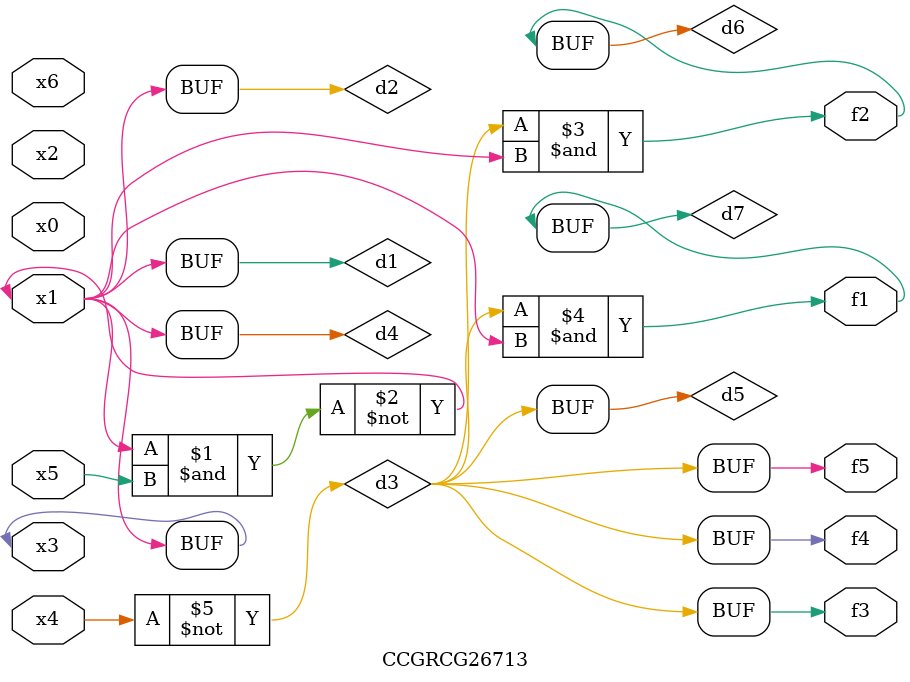
<source format=v>
module CCGRCG26713(
	input x0, x1, x2, x3, x4, x5, x6,
	output f1, f2, f3, f4, f5
);

	wire d1, d2, d3, d4, d5, d6, d7;

	buf (d1, x1, x3);
	nand (d2, x1, x5);
	not (d3, x4);
	buf (d4, d1, d2);
	buf (d5, d3);
	and (d6, d3, d4);
	and (d7, d3, d4);
	assign f1 = d7;
	assign f2 = d6;
	assign f3 = d5;
	assign f4 = d5;
	assign f5 = d5;
endmodule

</source>
